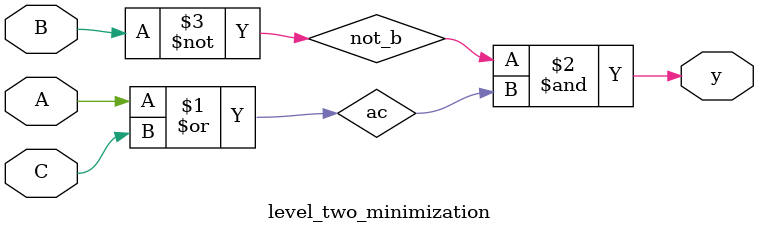
<source format=sv>

module level_two_minimization(A, B, C, y);
    input A, B, C;
    output y;
    wire ac, not_b;

    // Original Function, F = AB' + B'C + AB'C
    // Minimized Function, F = B'(A + C)
    not(not_b, B);
    or(ac, A, C);
    and(y, not_b, ac);
endmodule

</source>
